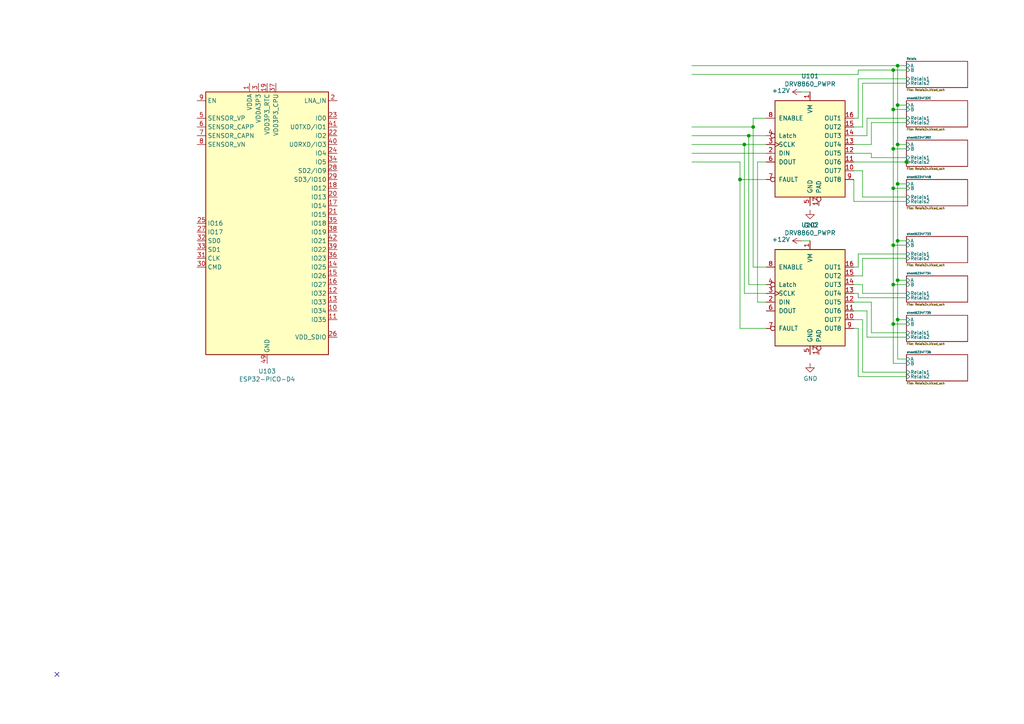
<source format=kicad_sch>
(kicad_sch (version 20211123) (generator eeschema)
  (paper "A4")
  (lib_symbols
    (symbol "Driver_Relay:DRV8860_PWPR" (pin_names (offset 1.016))
      (property "Reference" "U" (at 10.16 17.78 0))
      (property "Value" "Driver_Relay_DRV8860_PWPR" (at 10.16 15.24 0))
      (symbol "DRV8860_PWPR_0_1"
        (rectangle (start -10.16 15.24) (end 10.16 -12.7) (stroke (width 0.254)) (fill (type background)))
      )
      (symbol "DRV8860_PWPR_1_1"
        (pin power_in line (at 0 17.78 270) (length 2.54) (name "VM") (number "1"))
        (pin output line (at 12.7 -5.08 180) (length 2.54) (name "OUT7") (number "10"))
        (pin output line (at 12.7 -2.54 180) (length 2.54) (name "OUT6") (number "11"))
        (pin output line (at 12.7 0 180) (length 2.54) (name "OUT5") (number "12"))
        (pin output line (at 12.7 2.54 180) (length 2.54) (name "OUT4") (number "13"))
        (pin output line (at 12.7 5.08 180) (length 2.54) (name "OUT3") (number "14"))
        (pin output line (at 12.7 7.62 180) (length 2.54) (name "OUT2") (number "15"))
        (pin output line (at 12.7 10.16 180) (length 2.54) (name "OUT1") (number "16"))
        (pin power_in inverted (at 2.54 -15.24 90) (length 2.54) (name "PAD") (number "17"))
        (pin input line (at -12.7 0 0) (length 2.54) (name "DIN") (number "2"))
        (pin input clock (at -12.7 2.54 0) (length 2.54) (name "SCLK") (number "3"))
        (pin input inverted (at -12.7 5.08 0) (length 2.54) (name "Latch") (number "4"))
        (pin power_in line (at 0 -15.24 90) (length 2.54) (name "GND") (number "5"))
        (pin output line (at -12.7 -2.54 0) (length 2.54) (name "DOUT") (number "6"))
        (pin open_collector inverted (at -12.7 -7.62 0) (length 2.54) (name "FAULT") (number "7"))
        (pin input line (at -12.7 10.16 0) (length 2.54) (name "ENABLE") (number "8"))
        (pin output line (at 12.7 -7.62 180) (length 2.54) (name "OUT8") (number "9"))
      )
    )
    (symbol "RF_Module:ESP32-PICO-D4"
      (property "Reference" "U" (at -17.78 39.37 0))
      (property "Value" "RF_Module_ESP32-PICO-D4" (at 3.81 39.37 0))
      (symbol "ESP32-PICO-D4_0_0"
        (pin power_in line (at -5.08 40.64 270) (length 2.54) (name "VDDA") (number "1"))
        (pin input line (at 20.32 -25.4 180) (length 2.54) (name "IO34") (number "10"))
        (pin input line (at 20.32 -27.94 180) (length 2.54) (name "IO35") (number "11"))
        (pin bidirectional line (at 20.32 -20.32 180) (length 2.54) (name "IO32") (number "12"))
        (pin bidirectional line (at 20.32 -22.86 180) (length 2.54) (name "IO33") (number "13"))
        (pin bidirectional line (at 20.32 -12.7 180) (length 2.54) (name "IO25") (number "14"))
        (pin bidirectional line (at 20.32 -15.24 180) (length 2.54) (name "IO26") (number "15"))
        (pin bidirectional line (at 20.32 -17.78 180) (length 2.54) (name "IO27") (number "16"))
        (pin bidirectional line (at 20.32 5.08 180) (length 2.54) (name "IO14") (number "17"))
        (pin bidirectional line (at 20.32 10.16 180) (length 2.54) (name "IO12") (number "18"))
        (pin power_in line (at 0 40.64 270) (length 2.54) (name "VDD3P3_RTC") (number "19"))
        (pin bidirectional line (at 20.32 35.56 180) (length 2.54) (name "LNA_IN") (number "2"))
        (pin bidirectional line (at 20.32 7.62 180) (length 2.54) (name "IO13") (number "20"))
        (pin bidirectional line (at 20.32 2.54 180) (length 2.54) (name "IO15") (number "21"))
        (pin bidirectional line (at 20.32 25.4 180) (length 2.54) (name "IO2") (number "22"))
        (pin bidirectional line (at 20.32 30.48 180) (length 2.54) (name "IO0") (number "23"))
        (pin bidirectional line (at 20.32 20.32 180) (length 2.54) (name "IO4") (number "24"))
        (pin bidirectional line (at -20.32 0 0) (length 2.54) (name "IO16") (number "25"))
        (pin power_out line (at 20.32 -33.02 180) (length 2.54) (name "VDD_SDIO") (number "26"))
        (pin bidirectional line (at -20.32 -2.54 0) (length 2.54) (name "IO17") (number "27"))
        (pin bidirectional line (at 20.32 15.24 180) (length 2.54) (name "SD2/IO9") (number "28"))
        (pin bidirectional line (at 20.32 12.7 180) (length 2.54) (name "SD3/IO10") (number "29"))
        (pin power_in line (at -2.54 40.64 270) (length 2.54) (name "VDDA3P3") (number "3"))
        (pin bidirectional line (at -20.32 -12.7 0) (length 2.54) (name "CMD") (number "30"))
        (pin bidirectional line (at -20.32 -10.16 0) (length 2.54) (name "CLK") (number "31"))
        (pin bidirectional line (at -20.32 -5.08 0) (length 2.54) (name "SD0") (number "32"))
        (pin bidirectional line (at -20.32 -7.62 0) (length 2.54) (name "SD1") (number "33"))
        (pin bidirectional line (at 20.32 17.78 180) (length 2.54) (name "IO5") (number "34"))
        (pin bidirectional line (at 20.32 0 180) (length 2.54) (name "IO18") (number "35"))
        (pin bidirectional line (at 20.32 -10.16 180) (length 2.54) (name "IO23") (number "36"))
        (pin power_in line (at 2.54 40.64 270) (length 2.54) (name "VDD3P3_CPU") (number "37"))
        (pin bidirectional line (at 20.32 -2.54 180) (length 2.54) (name "IO19") (number "38"))
        (pin bidirectional line (at 20.32 -7.62 180) (length 2.54) (name "IO22") (number "39"))
        (pin passive line (at -2.54 40.64 270) (length 2.54) hide (name "VDDA3P3") (number "4"))
        (pin bidirectional line (at 20.32 22.86 180) (length 2.54) (name "U0RXD/IO3") (number "40"))
        (pin bidirectional line (at 20.32 27.94 180) (length 2.54) (name "U0TXD/IO1") (number "41"))
        (pin bidirectional line (at 20.32 -5.08 180) (length 2.54) (name "IO21") (number "42"))
        (pin passive line (at -5.08 40.64 270) (length 2.54) hide (name "VDDA") (number "43"))
        (pin no_connect line (at -17.78 -25.4 0) (length 2.54) hide (name "XTAL_N_NC") (number "44"))
        (pin no_connect line (at -17.78 -27.94 0) (length 2.54) hide (name "XTAL_P_NC") (number "45"))
        (pin passive line (at -5.08 40.64 270) (length 2.54) hide (name "VDDA") (number "46"))
        (pin no_connect line (at -17.78 -30.48 0) (length 2.54) hide (name "CAP2_NC") (number "47"))
        (pin no_connect line (at -17.78 -33.02 0) (length 2.54) hide (name "CAP1_NC") (number "48"))
        (pin power_in line (at 0 -40.64 90) (length 2.54) (name "GND") (number "49"))
        (pin input line (at -20.32 30.48 0) (length 2.54) (name "SENSOR_VP") (number "5"))
        (pin input line (at -20.32 27.94 0) (length 2.54) (name "SENSOR_CAPP") (number "6"))
        (pin input line (at -20.32 25.4 0) (length 2.54) (name "SENSOR_CAPN") (number "7"))
        (pin input line (at -20.32 22.86 0) (length 2.54) (name "SENSOR_VN") (number "8"))
        (pin input line (at -20.32 35.56 0) (length 2.54) (name "EN") (number "9"))
      )
      (symbol "ESP32-PICO-D4_0_1"
        (rectangle (start -17.78 38.1) (end 17.78 -38.1) (stroke (width 0.254)) (fill (type background)))
      )
    )
    (symbol "power:+12V" (power) (pin_names (offset 0))
      (property "Value" "power_+12V" (at 0 3.556 0))
      (symbol "+12V_0_1"
        (polyline (pts (xy -0.762 1.27) (xy 0 2.54)))
        (polyline (pts (xy 0 0) (xy 0 2.54)))
        (polyline (pts (xy 0 2.54) (xy 0.762 1.27)))
      )
      (symbol "+12V_1_1"
        (pin power_in line (at 0 0 90) (length 0) hide (name "+12V") (number "1"))
      )
    )
    (symbol "power:GND" (power) (pin_names (offset 0))
      (property "Value" "power_GND" (at 0 -3.81 0))
      (symbol "GND_0_1"
        (polyline (pts (xy 0 0) (xy 0 -1.27) (xy 1.27 -1.27) (xy 0 -2.54) (xy -1.27 -1.27) (xy 0 -1.27)))
      )
      (symbol "GND_1_1"
        (pin power_in line (at 0 0 270) (length 0) hide (name "GND") (number "1"))
      )
    )
  )
  (junction (at 260.35 53.34))
  (junction (at 260.35 41.91))
  (junction (at 214.63 52.07))
  (junction (at 260.35 92.71))
  (junction (at 259.08 43.18))
  (junction (at 259.08 82.55))
  (junction (at 259.08 93.98))
  (junction (at 259.08 31.75))
  (junction (at 217.17 39.37))
  (junction (at 259.08 54.61))
  (junction (at 260.35 69.85))
  (junction (at 259.08 20.32))
  (junction (at 218.44 36.83))
  (junction (at 260.35 81.28))
  (junction (at 262.89 46.99))
  (junction (at 215.9 41.91))
  (junction (at 260.35 19.05))
  (junction (at 260.35 30.48))
  (junction (at 259.08 71.12))
  (no_connect (at 16.51 195.58))
  (wire (pts (xy 259.08 43.18) (xy 259.08 54.61)))
  (wire (pts (xy 248.92 86.36) (xy 248.92 85.09)))
  (wire (pts (xy 260.35 69.85) (xy 260.35 81.28)))
  (wire (pts (xy 259.08 82.55) (xy 259.08 93.98)))
  (wire (pts (xy 251.46 97.79) (xy 251.46 90.17)))
  (wire (pts (xy 219.71 87.63) (xy 219.71 46.99)))
  (wire (pts (xy 248.92 95.25) (xy 247.65 95.25)))
  (wire (pts (xy 215.9 41.91) (xy 200.66 41.91)))
  (wire (pts (xy 252.73 44.45) (xy 247.65 44.45)))
  (wire (pts (xy 262.89 107.95) (xy 250.19 107.95)))
  (wire (pts (xy 259.08 54.61) (xy 259.08 71.12)))
  (wire (pts (xy 250.19 36.83) (xy 247.65 36.83)))
  (wire (pts (xy 264.16 46.99) (xy 262.89 46.99)))
  (wire (pts (xy 222.25 39.37) (xy 217.17 39.37)))
  (wire (pts (xy 260.35 19.05) (xy 260.35 30.48)))
  (wire (pts (xy 262.89 53.34) (xy 260.35 53.34)))
  (wire (pts (xy 262.89 57.15) (xy 250.19 57.15)))
  (wire (pts (xy 248.92 85.09) (xy 247.65 85.09)))
  (wire (pts (xy 262.89 19.05) (xy 260.35 19.05)))
  (wire (pts (xy 248.92 73.66) (xy 262.89 73.66)))
  (wire (pts (xy 250.19 107.95) (xy 250.19 92.71)))
  (wire (pts (xy 251.46 34.29) (xy 251.46 39.37)))
  (wire (pts (xy 222.25 34.29) (xy 218.44 34.29)))
  (wire (pts (xy 260.35 53.34) (xy 260.35 69.85)))
  (wire (pts (xy 262.89 85.09) (xy 250.19 85.09)))
  (wire (pts (xy 222.25 41.91) (xy 215.9 41.91)))
  (wire (pts (xy 262.89 46.99) (xy 247.65 46.99)))
  (wire (pts (xy 217.17 82.55) (xy 222.25 82.55)))
  (wire (pts (xy 262.89 97.79) (xy 251.46 97.79)))
  (wire (pts (xy 262.89 71.12) (xy 259.08 71.12)))
  (wire (pts (xy 262.89 34.29) (xy 251.46 34.29)))
  (wire (pts (xy 247.65 77.47) (xy 248.92 77.47)))
  (wire (pts (xy 214.63 46.99) (xy 200.66 46.99)))
  (wire (pts (xy 252.73 35.56) (xy 252.73 41.91)))
  (wire (pts (xy 248.92 77.47) (xy 248.92 73.66)))
  (wire (pts (xy 259.08 71.12) (xy 259.08 82.55)))
  (wire (pts (xy 252.73 96.52) (xy 252.73 87.63)))
  (wire (pts (xy 262.89 69.85) (xy 260.35 69.85)))
  (wire (pts (xy 217.17 39.37) (xy 217.17 82.55)))
  (wire (pts (xy 214.63 52.07) (xy 214.63 95.25)))
  (wire (pts (xy 250.19 85.09) (xy 250.19 82.55)))
  (wire (pts (xy 262.89 96.52) (xy 252.73 96.52)))
  (wire (pts (xy 222.25 44.45) (xy 200.66 44.45)))
  (wire (pts (xy 248.92 20.32) (xy 259.08 20.32)))
  (wire (pts (xy 251.46 39.37) (xy 247.65 39.37)))
  (wire (pts (xy 262.89 74.93) (xy 250.19 74.93)))
  (wire (pts (xy 259.08 20.32) (xy 262.89 20.32)))
  (wire (pts (xy 262.89 45.72) (xy 252.73 45.72)))
  (wire (pts (xy 262.89 82.55) (xy 259.08 82.55)))
  (wire (pts (xy 262.89 22.86) (xy 248.92 22.86)))
  (wire (pts (xy 262.89 58.42) (xy 247.65 58.42)))
  (wire (pts (xy 214.63 95.25) (xy 222.25 95.25)))
  (wire (pts (xy 215.9 85.09) (xy 222.25 85.09)))
  (wire (pts (xy 262.89 30.48) (xy 260.35 30.48)))
  (wire (pts (xy 250.19 92.71) (xy 247.65 92.71)))
  (wire (pts (xy 247.65 58.42) (xy 247.65 52.07)))
  (wire (pts (xy 219.71 46.99) (xy 222.25 46.99)))
  (wire (pts (xy 259.08 31.75) (xy 259.08 43.18)))
  (wire (pts (xy 262.89 92.71) (xy 260.35 92.71)))
  (wire (pts (xy 250.19 82.55) (xy 247.65 82.55)))
  (wire (pts (xy 222.25 52.07) (xy 214.63 52.07)))
  (wire (pts (xy 251.46 90.17) (xy 247.65 90.17)))
  (wire (pts (xy 250.19 49.53) (xy 247.65 49.53)))
  (wire (pts (xy 259.08 105.41) (xy 262.89 105.41)))
  (wire (pts (xy 222.25 87.63) (xy 219.71 87.63)))
  (wire (pts (xy 262.89 24.13) (xy 250.19 24.13)))
  (wire (pts (xy 262.89 41.91) (xy 260.35 41.91)))
  (wire (pts (xy 262.89 43.18) (xy 259.08 43.18)))
  (wire (pts (xy 217.17 39.37) (xy 200.66 39.37)))
  (wire (pts (xy 262.89 109.22) (xy 248.92 109.22)))
  (wire (pts (xy 250.19 74.93) (xy 250.19 80.01)))
  (wire (pts (xy 259.08 20.32) (xy 259.08 31.75)))
  (wire (pts (xy 252.73 41.91) (xy 247.65 41.91)))
  (wire (pts (xy 200.66 36.83) (xy 218.44 36.83)))
  (wire (pts (xy 260.35 104.14) (xy 262.89 104.14)))
  (wire (pts (xy 260.35 30.48) (xy 260.35 41.91)))
  (wire (pts (xy 262.89 54.61) (xy 259.08 54.61)))
  (wire (pts (xy 214.63 52.07) (xy 214.63 46.99)))
  (wire (pts (xy 250.19 57.15) (xy 250.19 49.53)))
  (wire (pts (xy 262.89 81.28) (xy 260.35 81.28)))
  (wire (pts (xy 232.41 26.67) (xy 234.95 26.67)))
  (wire (pts (xy 252.73 87.63) (xy 247.65 87.63)))
  (wire (pts (xy 262.89 31.75) (xy 259.08 31.75)))
  (wire (pts (xy 262.89 35.56) (xy 252.73 35.56)))
  (wire (pts (xy 248.92 34.29) (xy 247.65 34.29)))
  (wire (pts (xy 250.19 80.01) (xy 247.65 80.01)))
  (wire (pts (xy 248.92 20.32) (xy 248.92 21.59)))
  (wire (pts (xy 218.44 34.29) (xy 218.44 36.83)))
  (wire (pts (xy 200.66 19.05) (xy 260.35 19.05)))
  (wire (pts (xy 260.35 81.28) (xy 260.35 92.71)))
  (wire (pts (xy 262.89 93.98) (xy 259.08 93.98)))
  (wire (pts (xy 248.92 21.59) (xy 200.66 21.59)))
  (wire (pts (xy 259.08 93.98) (xy 259.08 105.41)))
  (wire (pts (xy 260.35 92.71) (xy 260.35 104.14)))
  (wire (pts (xy 218.44 36.83) (xy 218.44 77.47)))
  (wire (pts (xy 252.73 45.72) (xy 252.73 44.45)))
  (wire (pts (xy 262.89 86.36) (xy 248.92 86.36)))
  (wire (pts (xy 248.92 22.86) (xy 248.92 34.29)))
  (wire (pts (xy 234.95 69.85) (xy 232.41 69.85)))
  (wire (pts (xy 218.44 77.47) (xy 222.25 77.47)))
  (wire (pts (xy 250.19 24.13) (xy 250.19 36.83)))
  (wire (pts (xy 248.92 109.22) (xy 248.92 95.25)))
  (wire (pts (xy 215.9 41.91) (xy 215.9 85.09)))
  (wire (pts (xy 260.35 41.91) (xy 260.35 53.34)))
  (symbol (lib_id "RF_Module:ESP32-PICO-D4") (at 77.47 64.77 0) (unit 1)
    (property "Reference" "U103" (at 77.47 107.6706 0))
    (property "Value" "ESP32-PICO-D4" (at 77.47 109.982 0))
    (property "Footprint" "Package_DFN_QFN:QFN-48-1EP_7x7mm_P0.5mm_EP5.3x5.3mm" (effects hide))
    (property "Datasheet" "https://www.espressif.com/sites/default/files/documentation/esp32-pico-d4_datasheet_en.pdf" (effects hide))
  )
  (symbol (lib_id "Driver_Relay:DRV8860_PWPR") (at 234.95 44.45 0) (unit 1)
    (property "Reference" "U101" (at 234.95 22.0726 0))
    (property "Value" "DRV8860_PWPR" (at 234.95 24.384 0))
    (property "Footprint" "Package_SO:TSSOP-16-1EP_4.4x5mm_P0.65mm" (effects hide))
    (property "Datasheet" "http://www.ti.com/lit/ds/symlink/drv8860.pdf" (effects hide))
  )
  (symbol (lib_id "Driver_Relay:DRV8860_PWPR") (at 234.95 87.63 0) (unit 1)
    (property "Reference" "U102" (at 234.95 65.2526 0))
    (property "Value" "DRV8860_PWPR" (at 234.95 67.564 0))
    (property "Footprint" "Package_SO:TSSOP-16-1EP_4.4x5mm_P0.65mm" (effects hide))
    (property "Datasheet" "http://www.ti.com/lit/ds/symlink/drv8860.pdf" (effects hide))
  )
  (symbol (lib_id "power:GND") (at 234.95 105.41 0) (unit 1)
    (property "Reference" "#PWR0104" (effects hide))
    (property "Value" "GND" (at 235.077 109.8042 0))
  )
  (symbol (lib_id "power:GND") (at 234.95 60.96 0) (unit 1)
    (property "Reference" "#PWR0103" (effects hide))
    (property "Value" "GND" (at 235.077 65.3542 0))
  )
  (symbol (lib_id "power:+12V") (at 232.41 26.67 90) (unit 1)
    (property "Reference" "#PWR0101" (effects hide))
    (property "Value" "+12V" (at 229.1588 26.289 90) (effects (justify left)))
  )
  (symbol (lib_id "power:+12V") (at 232.41 69.85 90) (unit 1)
    (property "Reference" "#PWR0102" (effects hide))
    (property "Value" "+12V" (at 229.1588 69.469 90) (effects (justify left)))
  )
  (sheet (at 262.89 17.78) (size 17.78 7.62)
    (property "Sheet name" "Relais" (at 262.89 17.3986 0) (effects (font (size 0.6096 0.6096)) (justify left bottom)))
    (property "Sheet file" "Relais2x.kicad_sch" (at 262.89 25.7204 0) (effects (font (size 0.6096 0.6096)) (justify left top)))
    (pin "A" input (at 262.89 19.05 180) (effects (font (size 0.9906 0.9906))))
    (pin "B" input (at 262.89 20.32 180) (effects (font (size 0.9906 0.9906))))
    (pin "Relais1" input (at 262.89 22.86 180) (effects (font (size 0.9906 0.9906))))
    (pin "Relais2" input (at 262.89 24.13 180) (effects (font (size 0.9906 0.9906))))
  )
  (sheet (at 262.89 29.21) (size 17.78 7.62)
    (property "Sheet name" "sheet6234F32C" (at 262.89 28.8286 0) (effects (font (size 0.6096 0.6096)) (justify left bottom)))
    (property "Sheet file" "Relais2x.kicad_sch" (at 262.89 37.1504 0) (effects (font (size 0.6096 0.6096)) (justify left top)))
    (pin "A" input (at 262.89 30.48 180) (effects (font (size 0.9906 0.9906))))
    (pin "B" input (at 262.89 31.75 180) (effects (font (size 0.9906 0.9906))))
    (pin "Relais1" input (at 262.89 34.29 180) (effects (font (size 0.9906 0.9906))))
    (pin "Relais2" input (at 262.89 35.56 180) (effects (font (size 0.9906 0.9906))))
  )
  (sheet (at 262.89 40.64) (size 17.78 7.62)
    (property "Sheet name" "sheet6234F392" (at 262.89 40.2586 0) (effects (font (size 0.6096 0.6096)) (justify left bottom)))
    (property "Sheet file" "Relais2x.kicad_sch" (at 262.89 48.5804 0) (effects (font (size 0.6096 0.6096)) (justify left top)))
    (pin "A" input (at 262.89 41.91 180) (effects (font (size 0.9906 0.9906))))
    (pin "B" input (at 262.89 43.18 180) (effects (font (size 0.9906 0.9906))))
    (pin "Relais1" input (at 262.89 45.72 180) (effects (font (size 0.9906 0.9906))))
    (pin "Relais2" input (at 262.89 46.99 180) (effects (font (size 0.9906 0.9906))))
  )
  (sheet (at 262.89 52.07) (size 17.78 7.62)
    (property "Sheet name" "sheet6234F448" (at 262.89 51.6886 0) (effects (font (size 0.6096 0.6096)) (justify left bottom)))
    (property "Sheet file" "Relais2x.kicad_sch" (at 262.89 60.0104 0) (effects (font (size 0.6096 0.6096)) (justify left top)))
    (pin "A" input (at 262.89 53.34 180) (effects (font (size 0.9906 0.9906))))
    (pin "B" input (at 262.89 54.61 180) (effects (font (size 0.9906 0.9906))))
    (pin "Relais1" input (at 262.89 57.15 180) (effects (font (size 0.9906 0.9906))))
    (pin "Relais2" input (at 262.89 58.42 180) (effects (font (size 0.9906 0.9906))))
  )
  (sheet (at 262.89 68.58) (size 17.78 7.62)
    (property "Sheet name" "sheet6234F733" (at 262.89 68.1986 0) (effects (font (size 0.6096 0.6096)) (justify left bottom)))
    (property "Sheet file" "Relais2x.kicad_sch" (at 262.89 76.5204 0) (effects (font (size 0.6096 0.6096)) (justify left top)))
    (pin "A" input (at 262.89 69.85 180) (effects (font (size 0.9906 0.9906))))
    (pin "B" input (at 262.89 71.12 180) (effects (font (size 0.9906 0.9906))))
    (pin "Relais1" input (at 262.89 73.66 180) (effects (font (size 0.9906 0.9906))))
    (pin "Relais2" input (at 262.89 74.93 180) (effects (font (size 0.9906 0.9906))))
  )
  (sheet (at 262.89 80.01) (size 17.78 7.62)
    (property "Sheet name" "sheet6234F734" (at 262.89 79.6286 0) (effects (font (size 0.6096 0.6096)) (justify left bottom)))
    (property "Sheet file" "Relais2x.kicad_sch" (at 262.89 87.9504 0) (effects (font (size 0.6096 0.6096)) (justify left top)))
    (pin "A" input (at 262.89 81.28 180) (effects (font (size 0.9906 0.9906))))
    (pin "B" input (at 262.89 82.55 180) (effects (font (size 0.9906 0.9906))))
    (pin "Relais1" input (at 262.89 85.09 180) (effects (font (size 0.9906 0.9906))))
    (pin "Relais2" input (at 262.89 86.36 180) (effects (font (size 0.9906 0.9906))))
  )
  (sheet (at 262.89 91.44) (size 17.78 7.62)
    (property "Sheet name" "sheet6234F735" (at 262.89 91.0586 0) (effects (font (size 0.6096 0.6096)) (justify left bottom)))
    (property "Sheet file" "Relais2x.kicad_sch" (at 262.89 99.3804 0) (effects (font (size 0.6096 0.6096)) (justify left top)))
    (pin "A" input (at 262.89 92.71 180) (effects (font (size 0.9906 0.9906))))
    (pin "B" input (at 262.89 93.98 180) (effects (font (size 0.9906 0.9906))))
    (pin "Relais1" input (at 262.89 96.52 180) (effects (font (size 0.9906 0.9906))))
    (pin "Relais2" input (at 262.89 97.79 180) (effects (font (size 0.9906 0.9906))))
  )
  (sheet (at 262.89 102.87) (size 17.78 7.62)
    (property "Sheet name" "sheet6234F736" (at 262.89 102.4886 0) (effects (font (size 0.6096 0.6096)) (justify left bottom)))
    (property "Sheet file" "Relais2x.kicad_sch" (at 262.89 110.8104 0) (effects (font (size 0.6096 0.6096)) (justify left top)))
    (pin "A" input (at 262.89 104.14 180) (effects (font (size 0.9906 0.9906))))
    (pin "B" input (at 262.89 105.41 180) (effects (font (size 0.9906 0.9906))))
    (pin "Relais1" input (at 262.89 107.95 180) (effects (font (size 0.9906 0.9906))))
    (pin "Relais2" input (at 262.89 109.22 180) (effects (font (size 0.9906 0.9906))))
  )
)
</source>
